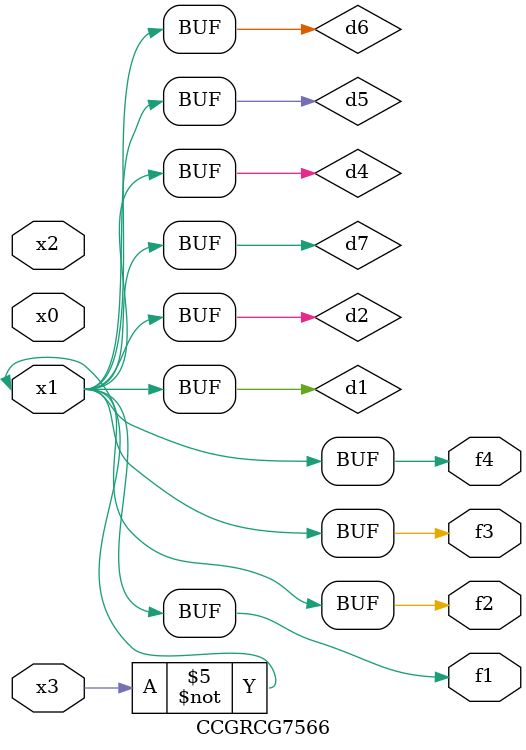
<source format=v>
module CCGRCG7566(
	input x0, x1, x2, x3,
	output f1, f2, f3, f4
);

	wire d1, d2, d3, d4, d5, d6, d7;

	not (d1, x3);
	buf (d2, x1);
	xnor (d3, d1, d2);
	nor (d4, d1);
	buf (d5, d1, d2);
	buf (d6, d4, d5);
	nand (d7, d4);
	assign f1 = d6;
	assign f2 = d7;
	assign f3 = d6;
	assign f4 = d6;
endmodule

</source>
